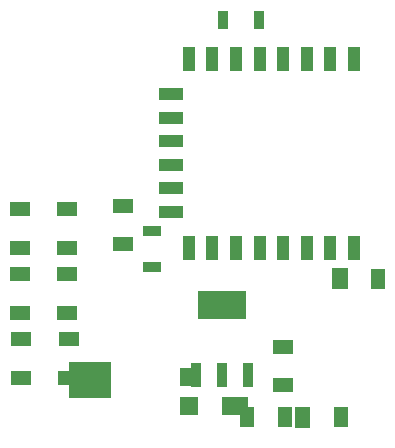
<source format=gbr>
%FSLAX34Y34*%
%MOMM*%
%LNSMDMASK_TOP*%
G71*
G01*
%ADD10R, 1.050X2.000*%
%ADD11R, 2.000X1.000*%
%ADD12R, 1.800X1.300*%
%ADD13R, 3.600X2.000*%
%ADD14R, 0.900X2.000*%
%ADD15R, 4.100X2.400*%
%ADD16R, 0.870X1.600*%
%ADD17R, 1.300X1.800*%
%ADD18R, 1.500X1.600*%
%ADD19R, 1.600X1.600*%
%ADD20R, 1.600X0.870*%
%LPD*%
X513000Y942000D02*
G54D10*
D03*
X493000Y942000D02*
G54D10*
D03*
X473000Y942000D02*
G54D10*
D03*
X453000Y942000D02*
G54D10*
D03*
X433000Y942000D02*
G54D10*
D03*
X413000Y942000D02*
G54D10*
D03*
X393000Y942000D02*
G54D10*
D03*
X373000Y942000D02*
G54D10*
D03*
X513000Y782000D02*
G54D10*
D03*
X493000Y782000D02*
G54D10*
D03*
X473000Y782000D02*
G54D10*
D03*
X453000Y782000D02*
G54D10*
D03*
X433000Y782000D02*
G54D10*
D03*
X413000Y782000D02*
G54D10*
D03*
X393000Y782000D02*
G54D10*
D03*
X373000Y782000D02*
G54D10*
D03*
X358000Y912000D02*
G54D11*
D03*
X358000Y892000D02*
G54D11*
D03*
X358000Y872000D02*
G54D11*
D03*
X358000Y852000D02*
G54D11*
D03*
X358000Y832000D02*
G54D11*
D03*
X358000Y812000D02*
G54D11*
D03*
X231204Y671853D02*
G54D12*
D03*
X231304Y704353D02*
G54D12*
D03*
X271204Y671853D02*
G54D12*
D03*
X271304Y704353D02*
G54D12*
D03*
X270204Y781853D02*
G54D12*
D03*
X270304Y814353D02*
G54D12*
D03*
X270204Y726853D02*
G54D12*
D03*
X270304Y759353D02*
G54D12*
D03*
X230204Y781853D02*
G54D12*
D03*
X230304Y814353D02*
G54D12*
D03*
X230204Y726853D02*
G54D12*
D03*
X230304Y759353D02*
G54D12*
D03*
X289818Y675182D02*
G54D13*
D03*
X289818Y665182D02*
G54D13*
D03*
X317035Y784796D02*
G54D12*
D03*
X317135Y817296D02*
G54D12*
D03*
X379000Y674472D02*
G54D14*
D03*
X401200Y674472D02*
G54D14*
D03*
X423500Y674472D02*
G54D14*
D03*
X401200Y733272D02*
G54D15*
D03*
X374634Y647484D02*
G54D16*
D03*
X405034Y647484D02*
G54D16*
D03*
G36*
X462867Y647327D02*
X475867Y647327D01*
X475868Y629327D01*
X462868Y629327D01*
X462867Y647327D01*
G37*
X501867Y638227D02*
G54D17*
D03*
X452860Y697944D02*
G54D12*
D03*
X452760Y665444D02*
G54D12*
D03*
G36*
X494453Y764851D02*
X507453Y764851D01*
X507453Y746851D01*
X494453Y746851D01*
X494453Y764851D01*
G37*
X533453Y755751D02*
G54D17*
D03*
X422303Y638456D02*
G54D17*
D03*
X454803Y638356D02*
G54D17*
D03*
X415734Y647565D02*
G54D18*
D03*
X373220Y648059D02*
G54D18*
D03*
X372827Y672711D02*
G54D19*
D03*
X342059Y795947D02*
G54D20*
D03*
X342059Y765547D02*
G54D20*
D03*
X432313Y974934D02*
G54D16*
D03*
X401913Y974934D02*
G54D16*
D03*
M02*

</source>
